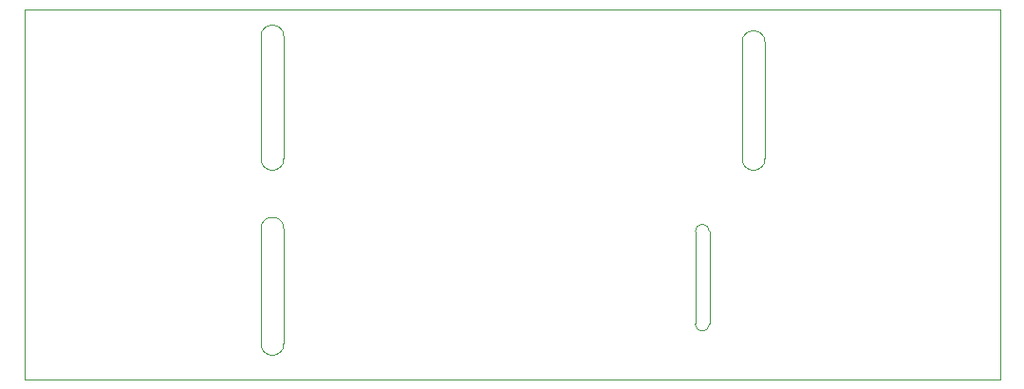
<source format=gbr>
G04 #@! TF.GenerationSoftware,KiCad,Pcbnew,(5.1.2)-2*
G04 #@! TF.CreationDate,2019-12-12T19:32:16+01:00*
G04 #@! TF.ProjectId,KernadouDomoPiloteDin,4b65726e-6164-46f7-9544-6f6d6f50696c,rev?*
G04 #@! TF.SameCoordinates,Original*
G04 #@! TF.FileFunction,Profile,NP*
%FSLAX46Y46*%
G04 Gerber Fmt 4.6, Leading zero omitted, Abs format (unit mm)*
G04 Created by KiCad (PCBNEW (5.1.2)-2) date 2019-12-12 19:32:16*
%MOMM*%
%LPD*%
G04 APERTURE LIST*
%ADD10C,0.050000*%
G04 APERTURE END LIST*
D10*
X141082000Y-89393000D02*
G75*
G02X143114000Y-89393000I1016000J0D01*
G01*
X143114000Y-100315000D02*
G75*
G02X141082000Y-100315000I-1016000J0D01*
G01*
X181087000Y-115047000D02*
G75*
G02X179817000Y-115047000I-635000J0D01*
G01*
X184008000Y-89901000D02*
G75*
G02X186040000Y-89901000I1016000J0D01*
G01*
X184008000Y-100315000D02*
X184008000Y-89901000D01*
X186040000Y-100315000D02*
G75*
G02X184008000Y-100315000I-1016000J0D01*
G01*
X186040000Y-89901000D02*
X186040000Y-100315000D01*
X143114000Y-116825000D02*
G75*
G02X141082000Y-116825000I-1016000J0D01*
G01*
X141082000Y-117079000D02*
X141082000Y-106538000D01*
X141082000Y-106538000D02*
G75*
G02X143114000Y-106538000I1016000J0D01*
G01*
X143114000Y-106538000D02*
X143114000Y-116825000D01*
X179817000Y-106792000D02*
G75*
G02X181087000Y-106792000I635000J0D01*
G01*
X181087000Y-115047000D02*
X181087000Y-106792000D01*
X179817000Y-106792000D02*
X179817000Y-115047000D01*
X141082000Y-100315000D02*
X141082000Y-89393000D01*
X143114000Y-89393000D02*
X143114000Y-100315000D01*
X207000000Y-120000000D02*
X120000000Y-120000000D01*
X207000000Y-87000000D02*
X207000000Y-120000000D01*
X120000000Y-87000000D02*
X207000000Y-87000000D01*
X120000000Y-120000000D02*
X120000000Y-87000000D01*
M02*

</source>
